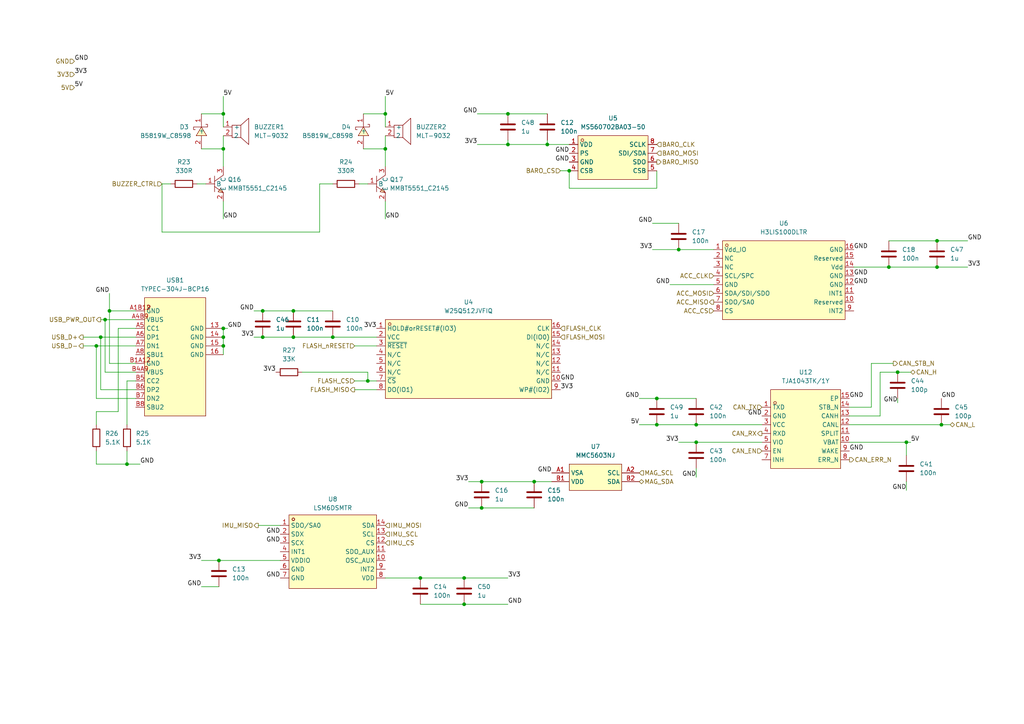
<source format=kicad_sch>
(kicad_sch (version 20230121) (generator eeschema)
  (paper "A4")
  (lib_symbols
    (symbol "Device:C" (pin_numbers hide) (pin_names (offset 0.254))
      (property "Reference" "C" (at 0.635 2.54 0))
      (property "Value" "C" (at 0.635 -2.54 0))
      (symbol "C_0_1"
        (polyline (pts (xy -2.032 -0.762) (xy 2.032 -0.762)) (stroke (width 0.508)))
        (polyline (pts (xy -2.032 0.762) (xy 2.032 0.762)) (stroke (width 0.508)))
      )
      (symbol "C_1_1"
        (pin passive line (at 0 3.81 270) (length 2.794) (name "~") (number "1"))
        (pin passive line (at 0 -3.81 90) (length 2.794) (name "~") (number "2"))
      )
    )
    (symbol "Device:R" (pin_numbers hide) (pin_names (offset 0))
      (property "Reference" "R" (at 2.032 0 90))
      (property "Value" "R" (at 0 0 90))
      (symbol "R_0_1"
        (rectangle (start -1.016 -2.54) (end 1.016 2.54) (stroke (width 0.254)))
      )
      (symbol "R_1_1"
        (pin passive line (at 0 3.81 270) (length 1.27) (name "~") (number "1"))
        (pin passive line (at 0 -3.81 90) (length 1.27) (name "~") (number "2"))
      )
    )
    (symbol "Rocketry:B5819W_C8598"
      (property "Reference" "D" (at 0 5.08 0))
      (property "Value" "B5819W_C8598" (at 0 -5.08 0))
      (symbol "B5819W_C8598_0_1"
        (polyline (pts (xy 1.27 1.52) (xy -1.27 0) (xy 1.27 -1.52) (xy 1.27 1.52)) (fill (type background)))
        (polyline (pts (xy -0.51 -1.78) (xy -0.51 -2.29) (xy -1.27 -2.29) (xy -1.27 1.02) (xy -1.27 1.78) (xy -2.03 1.78) (xy -2.03 1.27)))
        (pin unspecified line (at -5.08 0 0) (length 3.81) (name "-") (number "1"))
        (pin unspecified line (at 5.08 0 180) (length 3.81) (name "+") (number "2"))
      )
    )
    (symbol "Rocketry:H3LIS100DLTR"
      (property "Reference" "U" (at 0 13.97 0))
      (property "Value" "H3LIS100DLTR" (at 0 -13.97 0))
      (symbol "H3LIS100DLTR_0_1"
        (rectangle (start -17.78 11.43) (end 17.78 -11.43) (fill (type background)))
        (circle (center -16.51 10.16) (radius 0.38))
        (pin unspecified line (at -20.32 8.89 0) (length 2.54) (name "Vdd_IO") (number "1"))
        (pin unspecified line (at 20.32 -6.35 180) (length 2.54) (name "Reserved") (number "10"))
        (pin unspecified line (at 20.32 -3.81 180) (length 2.54) (name "INT1") (number "11"))
        (pin unspecified line (at 20.32 -1.27 180) (length 2.54) (name "GND") (number "12"))
        (pin unspecified line (at 20.32 1.27 180) (length 2.54) (name "GND") (number "13"))
        (pin unspecified line (at 20.32 3.81 180) (length 2.54) (name "Vdd") (number "14"))
        (pin unspecified line (at 20.32 6.35 180) (length 2.54) (name "Reserved") (number "15"))
        (pin unspecified line (at 20.32 8.89 180) (length 2.54) (name "GND") (number "16"))
        (pin unspecified line (at -20.32 6.35 0) (length 2.54) (name "NC") (number "2"))
        (pin unspecified line (at -20.32 3.81 0) (length 2.54) (name "NC") (number "3"))
        (pin unspecified line (at -20.32 1.27 0) (length 2.54) (name "SCL/SPC") (number "4"))
        (pin unspecified line (at -20.32 -1.27 0) (length 2.54) (name "GND") (number "5"))
        (pin unspecified line (at -20.32 -3.81 0) (length 2.54) (name "SDA/SDI/SDO") (number "6"))
        (pin unspecified line (at -20.32 -6.35 0) (length 2.54) (name "SDO/SA0") (number "7"))
        (pin unspecified line (at -20.32 -8.89 0) (length 2.54) (name "CS") (number "8"))
        (pin unspecified line (at 20.32 -8.89 180) (length 2.54) (name "INT2") (number "9"))
      )
    )
    (symbol "Rocketry:LSM6DSMTR"
      (property "Reference" "U" (at 0 12.7 0))
      (property "Value" "LSM6DSMTR" (at 0 -12.7 0))
      (symbol "LSM6DSMTR_0_1"
        (rectangle (start -12.7 10.67) (end 12.7 -10.67) (fill (type background)))
        (circle (center -11.43 9.4) (radius 0.38))
        (circle (center -11.43 9.4) (radius 0.38))
        (pin unspecified line (at -15.24 7.62 0) (length 2.54) (name "SDO/SA0") (number "1"))
        (pin unspecified line (at 15.24 -2.54 180) (length 2.54) (name "OSC_AUX") (number "10"))
        (pin unspecified line (at 15.24 0 180) (length 2.54) (name "SDO_AUX") (number "11"))
        (pin unspecified line (at 15.24 2.54 180) (length 2.54) (name "CS") (number "12"))
        (pin unspecified line (at 15.24 5.08 180) (length 2.54) (name "SCL") (number "13"))
        (pin unspecified line (at 15.24 7.62 180) (length 2.54) (name "SDA") (number "14"))
        (pin unspecified line (at -15.24 5.08 0) (length 2.54) (name "SDX") (number "2"))
        (pin unspecified line (at -15.24 2.54 0) (length 2.54) (name "SCX") (number "3"))
        (pin unspecified line (at -15.24 0 0) (length 2.54) (name "INT1") (number "4"))
        (pin unspecified line (at -15.24 -2.54 0) (length 2.54) (name "VDDIO") (number "5"))
        (pin unspecified line (at -15.24 -5.08 0) (length 2.54) (name "GND") (number "6"))
        (pin unspecified line (at -15.24 -7.62 0) (length 2.54) (name "GND") (number "7"))
        (pin unspecified line (at 15.24 -7.62 180) (length 2.54) (name "VDD") (number "8"))
        (pin unspecified line (at 15.24 -5.08 180) (length 2.54) (name "INT2") (number "9"))
      )
    )
    (symbol "Rocketry:MLT-9032"
      (property "Reference" "BUZZER" (at 0 7.62 0))
      (property "Value" "MLT-9032" (at 0 -5.08 0))
      (symbol "MLT-9032_0_1"
        (polyline (pts (xy 0 -0.51) (xy 2.54 -0.51)))
        (polyline (pts (xy 0 3.05) (xy 0 -0.51)))
        (polyline (pts (xy 0 3.05) (xy 2.54 3.05)))
        (polyline (pts (xy 2.54 -0.51) (xy 4.83 -2.54)))
        (polyline (pts (xy 2.54 3.05) (xy 2.54 -0.51)))
        (polyline (pts (xy 4.83 5.08) (xy 2.54 3.05)))
        (polyline (pts (xy 4.83 5.08) (xy 4.83 -2.54)))
        (pin unspecified line (at -2.54 2.54 0) (length 2.54) (name "+") (number "1"))
        (pin unspecified line (at -2.54 0 0) (length 2.54) (name "2") (number "2"))
      )
    )
    (symbol "Rocketry:MMBT5551_C2145"
      (property "Reference" "Q" (at 0 10.16 0))
      (property "Value" "MMBT5551_C2145" (at 0 -10.16 0))
      (symbol "MMBT5551_C2145_0_1"
        (polyline (pts (xy 0 -0.76) (xy 2.54 -2.54)))
        (polyline (pts (xy 0 2.29) (xy 0 -2.29)))
        (polyline (pts (xy 2.54 2.54) (xy 0 0.76)))
        (polyline (pts (xy 2.54 -2.54) (xy 1.78 -1.27) (xy 1.02 -2.29) (xy 2.54 -2.54)) (fill (type background)))
        (pin unspecified line (at -2.54 0 0) (length 2.54) (name "B") (number "1"))
        (pin unspecified line (at 2.54 -5.08 90) (length 2.54) (name "E") (number "2"))
        (pin unspecified line (at 2.54 5.08 270) (length 2.54) (name "C") (number "3"))
      )
    )
    (symbol "Rocketry:MMC5603NJ"
      (property "Reference" "U" (at 0 7.62 0))
      (property "Value" "MMC5603NJ" (at 0 -5.08 0))
      (symbol "MMC5603NJ_0_1"
        (rectangle (start -7.62 5.08) (end 7.62 -2.54) (fill (type background)))
        (pin unspecified line (at -12.7 2.54 0) (length 5.08) (name "VSA") (number "A1"))
        (pin unspecified line (at 12.7 2.54 180) (length 5.08) (name "SCL") (number "A2"))
        (pin unspecified line (at -12.7 0 0) (length 5.08) (name "VDD") (number "B1"))
        (pin unspecified line (at 12.7 0 180) (length 5.08) (name "SDA") (number "B2"))
      )
    )
    (symbol "Rocketry:MS560702BA03-50"
      (property "Reference" "U" (at 0 8.89 0))
      (property "Value" "MS560702BA03-50" (at 0 -8.89 0))
      (symbol "MS560702BA03-50_0_1"
        (rectangle (start -10.16 6.35) (end 10.16 -6.35) (fill (type background)))
        (circle (center -8.89 5.08) (radius 0.38))
        (pin unspecified line (at -12.7 3.81 0) (length 2.54) (name "VDD") (number "1"))
        (pin unspecified line (at -12.7 1.27 0) (length 2.54) (name "PS") (number "2"))
        (pin unspecified line (at -12.7 -1.27 0) (length 2.54) (name "GND") (number "3"))
        (pin unspecified line (at -12.7 -3.81 0) (length 2.54) (name "CSB") (number "4"))
        (pin unspecified line (at 12.7 -3.81 180) (length 2.54) (name "CSB") (number "5"))
        (pin unspecified line (at 12.7 -1.27 180) (length 2.54) (name "SDO") (number "6"))
        (pin unspecified line (at 12.7 1.27 180) (length 2.54) (name "SDI/SDA") (number "7"))
        (pin unspecified line (at 12.7 3.81 180) (length 2.54) (name "SCLK") (number "8"))
      )
    )
    (symbol "Rocketry:TJA1043TK_1Y"
      (property "Reference" "U" (at 0 13.97 0))
      (property "Value" "TJA1043TK/1Y" (at 0 -13.97 0))
      (symbol "TJA1043TK_1Y_0_1"
        (rectangle (start -10.16 11.43) (end 10.16 -11.43) (fill (type background)))
        (circle (center -8.89 7.62) (radius 0.38))
        (pin unspecified line (at -12.7 6.35 0) (length 2.54) (name "TXD") (number "1"))
        (pin unspecified line (at 12.7 -3.81 180) (length 2.54) (name "VBAT") (number "10"))
        (pin unspecified line (at 12.7 -1.27 180) (length 2.54) (name "SPLIT") (number "11"))
        (pin unspecified line (at 12.7 1.27 180) (length 2.54) (name "CANL") (number "12"))
        (pin unspecified line (at 12.7 3.81 180) (length 2.54) (name "CANH") (number "13"))
        (pin unspecified line (at 12.7 6.35 180) (length 2.54) (name "STB_N") (number "14"))
        (pin unspecified line (at 12.7 8.89 180) (length 2.54) (name "EP") (number "15"))
        (pin unspecified line (at -12.7 3.81 0) (length 2.54) (name "GND") (number "2"))
        (pin unspecified line (at -12.7 1.27 0) (length 2.54) (name "VCC") (number "3"))
        (pin unspecified line (at -12.7 -1.27 0) (length 2.54) (name "RXD") (number "4"))
        (pin unspecified line (at -12.7 -3.81 0) (length 2.54) (name "VIO") (number "5"))
        (pin unspecified line (at -12.7 -6.35 0) (length 2.54) (name "EN") (number "6"))
        (pin unspecified line (at -12.7 -8.89 0) (length 2.54) (name "INH") (number "7"))
        (pin unspecified line (at 12.7 -8.89 180) (length 2.54) (name "ERR_N") (number "8"))
        (pin unspecified line (at 12.7 -6.35 180) (length 2.54) (name "WAKE") (number "9"))
      )
    )
    (symbol "Rocketry:TYPEC-304J-BCP16"
      (property "Reference" "USB" (at 0 17.78 0))
      (property "Value" "TYPEC-304J-BCP16" (at 0 -20.32 0))
      (symbol "TYPEC-304J-BCP16_0_1"
        (rectangle (start -10.16 16.51) (end 7.62 -17.78) (fill (type background)))
        (circle (center -8.89 13.97) (radius 0.38))
        (pin unspecified line (at 12.7 7.62 180) (length 5.08) (name "GND") (number "13"))
        (pin unspecified line (at 12.7 5.08 180) (length 5.08) (name "GND") (number "14"))
        (pin unspecified line (at 12.7 2.54 180) (length 5.08) (name "GND") (number "15"))
        (pin unspecified line (at 12.7 0 180) (length 5.08) (name "GND") (number "16"))
        (pin unspecified line (at -12.7 12.7 0) (length 2.54) (name "GND") (number "A1B12"))
        (pin unspecified line (at -12.7 10.16 0) (length 2.54) (name "VBUS") (number "A4B9"))
        (pin unspecified line (at -12.7 7.62 0) (length 2.54) (name "CC1") (number "A5"))
        (pin unspecified line (at -12.7 5.08 0) (length 2.54) (name "DP1") (number "A6"))
        (pin unspecified line (at -12.7 2.54 0) (length 2.54) (name "DN1") (number "A7"))
        (pin unspecified line (at -12.7 0 0) (length 2.54) (name "SBU1") (number "A8"))
        (pin unspecified line (at -12.7 -2.54 0) (length 2.54) (name "GND") (number "B1A12"))
        (pin unspecified line (at -12.7 -5.08 0) (length 2.54) (name "VBUS") (number "B4A9"))
        (pin unspecified line (at -12.7 -7.62 0) (length 2.54) (name "CC2") (number "B5"))
        (pin unspecified line (at -12.7 -10.16 0) (length 2.54) (name "DP2") (number "B6"))
        (pin unspecified line (at -12.7 -12.7 0) (length 2.54) (name "DN2") (number "B7"))
        (pin unspecified line (at -12.7 -15.24 0) (length 2.54) (name "SBU2") (number "B8"))
      )
    )
    (symbol "Rocketry:W25Q512JVFIQ"
      (property "Reference" "U" (at 0 15.24 0))
      (property "Value" "W25Q512JVFIQ" (at 0 -12.7 0))
      (symbol "W25Q512JVFIQ_0_1"
        (rectangle (start -25.4 12.7) (end 22.86 -10.16) (fill (type background)))
        (circle (center -24.13 11.43) (radius 0.38))
        (pin unspecified line (at -27.94 10.16 0) (length 2.54) (name "HOLD#orRESET#(IO3)") (number "1"))
        (pin unspecified line (at 25.4 -5.08 180) (length 2.54) (name "GND") (number "10"))
        (pin unspecified line (at 25.4 -2.54 180) (length 2.54) (name "N/C") (number "11"))
        (pin unspecified line (at 25.4 0 180) (length 2.54) (name "N/C") (number "12"))
        (pin unspecified line (at 25.4 2.54 180) (length 2.54) (name "N/C") (number "13"))
        (pin unspecified line (at 25.4 5.08 180) (length 2.54) (name "N/C") (number "14"))
        (pin unspecified line (at 25.4 7.62 180) (length 2.54) (name "DI(IO0)") (number "15"))
        (pin unspecified line (at 25.4 10.16 180) (length 2.54) (name "CLK") (number "16"))
        (pin unspecified line (at -27.94 7.62 0) (length 2.54) (name "VCC") (number "2"))
        (pin unspecified line (at -27.94 5.08 0) (length 2.54) (name "~{RESET}") (number "3"))
        (pin unspecified line (at -27.94 2.54 0) (length 2.54) (name "N/C") (number "4"))
        (pin unspecified line (at -27.94 0 0) (length 2.54) (name "N/C") (number "5"))
        (pin unspecified line (at -27.94 -2.54 0) (length 2.54) (name "N/C") (number "6"))
        (pin unspecified line (at -27.94 -5.08 0) (length 2.54) (name "~{CS}") (number "7"))
        (pin unspecified line (at -27.94 -7.62 0) (length 2.54) (name "DO(IO1)") (number "8"))
        (pin unspecified line (at 25.4 -7.62 180) (length 2.54) (name "WP#(IO2)") (number "9"))
      )
    )
  )
  (junction (at 111.76 33.02))
  (junction (at 190.5 115.57))
  (junction (at 76.2 90.17))
  (junction (at 271.78 69.85))
  (junction (at 271.78 77.47))
  (junction (at 121.92 167.64))
  (junction (at 196.85 72.39))
  (junction (at 262.89 128.27))
  (junction (at 27.94 100.33))
  (junction (at 111.76 43.18))
  (junction (at 134.62 167.64))
  (junction (at 273.05 123.19))
  (junction (at 139.7 139.7))
  (junction (at 64.77 97.79))
  (junction (at 257.81 77.47))
  (junction (at 96.52 97.79))
  (junction (at 154.94 139.7))
  (junction (at 85.09 90.17))
  (junction (at 201.93 123.19))
  (junction (at 36.83 134.62))
  (junction (at 76.2 97.79))
  (junction (at 31.75 90.17))
  (junction (at 165.1 49.53))
  (junction (at 85.09 97.79))
  (junction (at 134.62 175.26))
  (junction (at 158.75 41.91))
  (junction (at 147.32 41.91))
  (junction (at 64.77 43.18))
  (junction (at 201.93 128.27))
  (junction (at 260.35 107.95))
  (junction (at 190.5 123.19))
  (junction (at 64.77 33.02))
  (junction (at 29.21 97.79))
  (junction (at 64.77 95.25))
  (junction (at 106.68 110.49))
  (junction (at 139.7 147.32))
  (junction (at 63.5 162.56))
  (junction (at 147.32 33.02))
  (junction (at 64.77 100.33))
  (junction (at 30.48 92.71))
  (wire (pts (xy 196.85 72.39) (xy 207.01 72.39)))
  (wire (pts (xy 111.76 43.18) (xy 111.76 39.37)))
  (wire (pts (xy 158.75 40.64) (xy 158.75 41.91)))
  (wire (pts (xy 121.92 175.26) (xy 134.62 175.26)))
  (wire (pts (xy 194.31 82.55) (xy 207.01 82.55)))
  (wire (pts (xy 111.76 27.94) (xy 111.76 33.02)))
  (wire (pts (xy 92.71 53.34) (xy 92.71 67.31)))
  (wire (pts (xy 76.2 97.79) (xy 85.09 97.79)))
  (wire (pts (xy 106.68 110.49) (xy 109.22 110.49)))
  (wire (pts (xy 31.75 85.09) (xy 31.75 90.17)))
  (wire (pts (xy 39.37 110.49) (xy 36.83 110.49)))
  (wire (pts (xy 264.16 107.95) (xy 260.35 107.95)))
  (wire (pts (xy 135.89 139.7) (xy 139.7 139.7)))
  (wire (pts (xy 34.29 119.38) (xy 27.94 119.38)))
  (wire (pts (xy 262.89 128.27) (xy 264.16 128.27)))
  (wire (pts (xy 27.94 119.38) (xy 27.94 123.19)))
  (wire (pts (xy 63.5 162.56) (xy 81.28 162.56)))
  (wire (pts (xy 74.93 152.4) (xy 81.28 152.4)))
  (wire (pts (xy 76.2 90.17) (xy 85.09 90.17)))
  (wire (pts (xy 104.14 53.34) (xy 106.68 53.34)))
  (wire (pts (xy 255.27 107.95) (xy 255.27 120.65)))
  (wire (pts (xy 134.62 167.64) (xy 147.32 167.64)))
  (wire (pts (xy 111.76 48.26) (xy 111.76 43.18)))
  (wire (pts (xy 111.76 167.64) (xy 121.92 167.64)))
  (wire (pts (xy 190.5 115.57) (xy 201.93 115.57)))
  (wire (pts (xy 201.93 123.19) (xy 220.98 123.19)))
  (wire (pts (xy 102.87 110.49) (xy 106.68 110.49)))
  (wire (pts (xy 27.94 115.57) (xy 27.94 100.33)))
  (wire (pts (xy 147.32 33.02) (xy 158.75 33.02)))
  (wire (pts (xy 138.43 33.02) (xy 147.32 33.02)))
  (wire (pts (xy 36.83 134.62) (xy 40.64 134.62)))
  (wire (pts (xy 134.62 175.26) (xy 147.32 175.26)))
  (wire (pts (xy 96.52 53.34) (xy 92.71 53.34)))
  (wire (pts (xy 102.87 113.03) (xy 109.22 113.03)))
  (wire (pts (xy 246.38 123.19) (xy 273.05 123.19)))
  (wire (pts (xy 189.23 72.39) (xy 196.85 72.39)))
  (wire (pts (xy 96.52 97.79) (xy 109.22 97.79)))
  (wire (pts (xy 271.78 69.85) (xy 280.67 69.85)))
  (wire (pts (xy 271.78 77.47) (xy 280.67 77.47)))
  (wire (pts (xy 58.42 170.18) (xy 63.5 170.18)))
  (wire (pts (xy 58.42 162.56) (xy 63.5 162.56)))
  (wire (pts (xy 64.77 36.83) (xy 64.77 33.02)))
  (wire (pts (xy 260.35 107.95) (xy 255.27 107.95)))
  (wire (pts (xy 106.68 107.95) (xy 106.68 110.49)))
  (wire (pts (xy 139.7 147.32) (xy 154.94 147.32)))
  (wire (pts (xy 64.77 33.02) (xy 58.42 33.02)))
  (wire (pts (xy 196.85 128.27) (xy 201.93 128.27)))
  (wire (pts (xy 135.89 147.32) (xy 139.7 147.32)))
  (wire (pts (xy 29.21 97.79) (xy 39.37 97.79)))
  (wire (pts (xy 39.37 115.57) (xy 27.94 115.57)))
  (wire (pts (xy 247.65 77.47) (xy 257.81 77.47)))
  (wire (pts (xy 190.5 54.61) (xy 165.1 54.61)))
  (wire (pts (xy 46.99 53.34) (xy 49.53 53.34)))
  (wire (pts (xy 29.21 92.71) (xy 30.48 92.71)))
  (wire (pts (xy 255.27 120.65) (xy 246.38 120.65)))
  (wire (pts (xy 147.32 41.91) (xy 158.75 41.91)))
  (wire (pts (xy 58.42 43.18) (xy 64.77 43.18)))
  (wire (pts (xy 24.13 100.33) (xy 27.94 100.33)))
  (wire (pts (xy 27.94 100.33) (xy 39.37 100.33)))
  (wire (pts (xy 73.66 97.79) (xy 76.2 97.79)))
  (wire (pts (xy 260.35 115.57) (xy 260.35 116.84)))
  (wire (pts (xy 138.43 41.91) (xy 147.32 41.91)))
  (wire (pts (xy 31.75 90.17) (xy 39.37 90.17)))
  (wire (pts (xy 139.7 139.7) (xy 154.94 139.7)))
  (wire (pts (xy 39.37 107.95) (xy 30.48 107.95)))
  (wire (pts (xy 87.63 107.95) (xy 106.68 107.95)))
  (wire (pts (xy 121.92 167.64) (xy 134.62 167.64)))
  (wire (pts (xy 102.87 100.33) (xy 109.22 100.33)))
  (wire (pts (xy 185.42 123.19) (xy 190.5 123.19)))
  (wire (pts (xy 64.77 97.79) (xy 64.77 100.33)))
  (wire (pts (xy 147.32 40.64) (xy 147.32 41.91)))
  (wire (pts (xy 252.73 105.41) (xy 252.73 118.11)))
  (wire (pts (xy 257.81 69.85) (xy 271.78 69.85)))
  (wire (pts (xy 31.75 105.41) (xy 31.75 90.17)))
  (wire (pts (xy 111.76 33.02) (xy 105.41 33.02)))
  (wire (pts (xy 64.77 58.42) (xy 64.77 63.5)))
  (wire (pts (xy 36.83 130.81) (xy 36.83 134.62)))
  (wire (pts (xy 24.13 97.79) (xy 29.21 97.79)))
  (wire (pts (xy 105.41 43.18) (xy 111.76 43.18)))
  (wire (pts (xy 201.93 135.89) (xy 201.93 138.43)))
  (wire (pts (xy 64.77 95.25) (xy 64.77 97.79)))
  (wire (pts (xy 189.23 64.77) (xy 196.85 64.77)))
  (wire (pts (xy 85.09 90.17) (xy 96.52 90.17)))
  (wire (pts (xy 111.76 36.83) (xy 111.76 33.02)))
  (wire (pts (xy 92.71 67.31) (xy 46.99 67.31)))
  (wire (pts (xy 275.59 123.19) (xy 273.05 123.19)))
  (wire (pts (xy 85.09 97.79) (xy 96.52 97.79)))
  (wire (pts (xy 262.89 139.7) (xy 262.89 142.24)))
  (wire (pts (xy 39.37 95.25) (xy 34.29 95.25)))
  (wire (pts (xy 252.73 118.11) (xy 246.38 118.11)))
  (wire (pts (xy 111.76 58.42) (xy 111.76 63.5)))
  (wire (pts (xy 257.81 77.47) (xy 271.78 77.47)))
  (wire (pts (xy 30.48 107.95) (xy 30.48 92.71)))
  (wire (pts (xy 154.94 139.7) (xy 160.02 139.7)))
  (wire (pts (xy 57.15 53.34) (xy 59.69 53.34)))
  (wire (pts (xy 64.77 95.25) (xy 66.04 95.25)))
  (wire (pts (xy 39.37 105.41) (xy 31.75 105.41)))
  (wire (pts (xy 201.93 128.27) (xy 220.98 128.27)))
  (wire (pts (xy 27.94 134.62) (xy 36.83 134.62)))
  (wire (pts (xy 64.77 48.26) (xy 64.77 43.18)))
  (wire (pts (xy 30.48 92.71) (xy 39.37 92.71)))
  (wire (pts (xy 246.38 128.27) (xy 262.89 128.27)))
  (wire (pts (xy 158.75 41.91) (xy 165.1 41.91)))
  (wire (pts (xy 46.99 67.31) (xy 46.99 53.34)))
  (wire (pts (xy 259.08 105.41) (xy 252.73 105.41)))
  (wire (pts (xy 262.89 132.08) (xy 262.89 128.27)))
  (wire (pts (xy 190.5 49.53) (xy 190.5 54.61)))
  (wire (pts (xy 39.37 113.03) (xy 29.21 113.03)))
  (wire (pts (xy 185.42 115.57) (xy 190.5 115.57)))
  (wire (pts (xy 73.66 90.17) (xy 76.2 90.17)))
  (wire (pts (xy 64.77 100.33) (xy 64.77 102.87)))
  (wire (pts (xy 36.83 110.49) (xy 36.83 123.19)))
  (wire (pts (xy 64.77 27.94) (xy 64.77 33.02)))
  (wire (pts (xy 162.56 49.53) (xy 165.1 49.53)))
  (wire (pts (xy 34.29 95.25) (xy 34.29 119.38)))
  (wire (pts (xy 27.94 130.81) (xy 27.94 134.62)))
  (wire (pts (xy 165.1 54.61) (xy 165.1 49.53)))
  (wire (pts (xy 64.77 43.18) (xy 64.77 39.37)))
  (wire (pts (xy 29.21 113.03) (xy 29.21 97.79)))
  (wire (pts (xy 190.5 123.19) (xy 201.93 123.19)))
  (label "3V3" (at 138.43 41.91 180))
  (label "GND" (at 73.66 90.17 180))
  (label "GND" (at 273.05 115.57 0))
  (label "GND" (at 21.59 17.78 0))
  (label "GND" (at 138.43 33.02 180))
  (label "3V3" (at 280.67 77.47 0))
  (label "3V3" (at 135.89 139.7 180))
  (label "GND" (at 165.1 46.99 180))
  (label "GND" (at 81.28 157.48 180))
  (label "GND" (at 262.89 142.24 180))
  (label "5V" (at 264.16 128.27 0))
  (label "3V3" (at 147.32 167.64 0))
  (label "GND" (at 280.67 69.85 0))
  (label "GND" (at 185.42 115.57 180))
  (label "5V" (at 185.42 123.19 180))
  (label "GND" (at 189.23 64.77 180))
  (label "GND" (at 201.93 138.43 180))
  (label "GND" (at 165.1 44.45 180))
  (label "GND" (at 220.98 120.65 180))
  (label "GND" (at 246.38 115.57 0))
  (label "3V3" (at 80.01 107.95 180))
  (label "GND" (at 81.28 167.64 180))
  (label "3V3" (at 73.66 97.79 180))
  (label "GND" (at 260.35 116.84 180))
  (label "3V3" (at 196.85 128.27 180))
  (label "GND" (at 111.76 63.5 0))
  (label "5V" (at 111.76 27.94 0))
  (label "GND" (at 160.02 137.16 180))
  (label "3V3" (at 189.23 72.39 180))
  (label "5V" (at 64.77 27.94 0))
  (label "GND" (at 58.42 170.18 180))
  (label "GND" (at 247.65 82.55 0))
  (label "GND" (at 247.65 80.01 0))
  (label "3V3" (at 162.56 113.03 0))
  (label "GND" (at 31.75 85.09 180))
  (label "GND" (at 135.89 147.32 180))
  (label "GND" (at 66.04 95.25 0))
  (label "3V3" (at 58.42 162.56 180))
  (label "GND" (at 40.64 134.62 0))
  (label "5V" (at 21.59 25.4 0))
  (label "GND" (at 162.56 110.49 0))
  (label "GND" (at 81.28 154.94 180))
  (label "GND" (at 64.77 63.5 0))
  (label "GND" (at 246.38 130.81 0))
  (label "GND" (at 247.65 72.39 0))
  (label "GND" (at 147.32 175.26 0))
  (label "GND" (at 194.31 82.55 180))
  (label "3V3" (at 21.59 21.59 0))
  (label "3V3" (at 109.22 95.25 180))
  (hierarchical_label "FLASH_nRESET" (shape input) (at 102.87 100.33 180))
  (hierarchical_label "CAN_EN" (shape input) (at 220.98 130.81 180))
  (hierarchical_label "USB_D-" (shape output) (at 24.13 100.33 180))
  (hierarchical_label "FLASH_MISO" (shape output) (at 102.87 113.03 180))
  (hierarchical_label "FLASH_CS" (shape input) (at 102.87 110.49 180))
  (hierarchical_label "CAN_L" (shape bidirectional) (at 275.59 123.19 0))
  (hierarchical_label "BARO_CS" (shape input) (at 162.56 49.53 180))
  (hierarchical_label "USB_PWR_OUT" (shape output) (at 29.21 92.71 180))
  (hierarchical_label "IMU_SCL" (shape input) (at 111.76 154.94 0))
  (hierarchical_label "USB_D+" (shape output) (at 24.13 97.79 180))
  (hierarchical_label "CAN_ERR_N" (shape output) (at 246.38 133.35 0))
  (hierarchical_label "MAG_SCL" (shape input) (at 185.42 137.16 0))
  (hierarchical_label "IMU_MISO" (shape output) (at 74.93 152.4 180))
  (hierarchical_label "3V3" (shape input) (at 21.59 21.59 180))
  (hierarchical_label "5V" (shape input) (at 21.59 25.4 180))
  (hierarchical_label "ACC_MISO" (shape output) (at 207.01 87.63 180))
  (hierarchical_label "BUZZER_CTRL" (shape input) (at 46.99 53.34 180))
  (hierarchical_label "BARO_CLK" (shape input) (at 190.5 41.91 0))
  (hierarchical_label "ACC_CLK" (shape input) (at 207.01 80.01 180))
  (hierarchical_label "BARO_MOSI" (shape input) (at 190.5 44.45 0))
  (hierarchical_label "CAN_RX" (shape output) (at 220.98 125.73 180))
  (hierarchical_label "ACC_CS" (shape input) (at 207.01 90.17 180))
  (hierarchical_label "CAN_H" (shape bidirectional) (at 264.16 107.95 0))
  (hierarchical_label "CAN_TX" (shape input) (at 220.98 118.11 180))
  (hierarchical_label "CAN_STB_N" (shape output) (at 259.08 105.41 0))
  (hierarchical_label "ACC_MOSI" (shape input) (at 207.01 85.09 180))
  (hierarchical_label "IMU_CS" (shape input) (at 111.76 157.48 0))
  (hierarchical_label "IMU_MOSI" (shape input) (at 111.76 152.4 0))
  (hierarchical_label "GND" (shape input) (at 21.59 17.78 180))
  (hierarchical_label "FLASH_MOSI" (shape input) (at 162.56 97.79 0))
  (hierarchical_label "FLASH_CLK" (shape input) (at 162.56 95.25 0))
  (hierarchical_label "MAG_SDA" (shape bidirectional) (at 185.42 139.7 0))
  (hierarchical_label "BARO_MISO" (shape output) (at 190.5 46.99 0))
  (symbol (lib_id "Device:C") (at 63.5 166.37 0) (unit 1)
    (property "Reference" "C13" (at 67.31 165.1 0) (effects (justify left)))
    (property "Value" "100n" (at 67.31 167.64 0) (effects (justify left)))
    (property "Footprint" "Capacitor_SMD:C_0402_1005Metric" (effects hide))
  )
  (symbol (lib_id "Device:C") (at 121.92 171.45 0) (unit 1)
    (property "Reference" "C14" (at 125.73 170.18 0) (effects (justify left)))
    (property "Value" "100n" (at 125.73 172.72 0) (effects (justify left)))
    (property "Footprint" "Capacitor_SMD:C_0402_1005Metric" (effects hide))
  )
  (symbol (lib_id "Device:R") (at 53.34 53.34 90) (unit 1)
    (property "Reference" "R23" (at 53.34 46.99 90))
    (property "Value" "330R" (at 53.34 49.53 90))
    (property "Footprint" "Resistor_SMD:R_0402_1005Metric" (effects hide))
  )
  (symbol (lib_id "Device:C") (at 196.85 68.58 0) (unit 1)
    (property "Reference" "C17" (at 200.66 67.31 0) (effects (justify left)))
    (property "Value" "100n" (at 200.66 69.85 0) (effects (justify left)))
    (property "Footprint" "Capacitor_SMD:C_0402_1005Metric" (effects hide))
  )
  (symbol (lib_id "Device:R") (at 27.94 127 0) (mirror y) (unit 1)
    (property "Reference" "R26" (at 30.48 125.73 0) (effects (justify right)))
    (property "Value" "5.1K" (at 30.48 128.27 0) (effects (justify right)))
    (property "Footprint" "Resistor_SMD:R_0402_1005Metric" (effects hide))
  )
  (symbol (lib_id "Device:C") (at 257.81 73.66 0) (unit 1)
    (property "Reference" "C18" (at 261.62 72.39 0) (effects (justify left)))
    (property "Value" "100n" (at 261.62 74.93 0) (effects (justify left)))
    (property "Footprint" "Capacitor_SMD:C_0402_1005Metric" (effects hide))
  )
  (symbol (lib_id "Device:C") (at 201.93 119.38 0) (unit 1)
    (property "Reference" "C42" (at 205.74 118.11 0) (effects (justify left)))
    (property "Value" "100n" (at 205.74 120.65 0) (effects (justify left)))
    (property "Footprint" "Capacitor_SMD:C_0402_1005Metric" (effects hide))
  )
  (symbol (lib_id "Device:C") (at 190.5 119.38 0) (unit 1)
    (property "Reference" "C49" (at 194.31 118.11 0) (effects (justify left)))
    (property "Value" "1u" (at 194.31 120.65 0) (effects (justify left)))
    (property "Footprint" "Capacitor_SMD:C_0402_1005Metric" (effects hide))
  )
  (symbol (lib_id "Rocketry:MS560702BA03-50") (at 177.8 45.72 0) (unit 1)
    (property "Reference" "U5" (at 177.8 34.29 0))
    (property "Value" "MS560702BA03-50" (at 177.8 36.83 0))
    (property "Footprint" "Rocketry:SENSOR-SMD_MS560702BA03-50" (effects hide))
    (property "Datasheet" "https://lcsc.com/product-detail/Pre-ordered-Products_TE-Connectivity_MS560702BA03-50_TE-Connectivity-MS560702BA03-50_C97627.html" (effects hide))
    (property "LCSC Part" "C97627" (effects hide))
  )
  (symbol (lib_id "Device:C") (at 76.2 93.98 0) (unit 1)
    (property "Reference" "C46" (at 80.01 92.71 0) (effects (justify left)))
    (property "Value" "1u" (at 80.01 95.25 0) (effects (justify left)))
    (property "Footprint" "Capacitor_SMD:C_0402_1005Metric" (effects hide))
  )
  (symbol (lib_id "Device:C") (at 158.75 36.83 0) (unit 1)
    (property "Reference" "C12" (at 162.56 35.56 0) (effects (justify left)))
    (property "Value" "100n" (at 162.56 38.1 0) (effects (justify left)))
    (property "Footprint" "Capacitor_SMD:C_0402_1005Metric" (effects hide))
  )
  (symbol (lib_id "Device:C") (at 260.35 111.76 0) (unit 1)
    (property "Reference" "C44" (at 264.16 110.49 0) (effects (justify left)))
    (property "Value" "100p" (at 264.16 113.03 0) (effects (justify left)))
    (property "Footprint" "Capacitor_SMD:C_0402_1005Metric" (effects hide))
  )
  (symbol (lib_id "Device:C") (at 262.89 135.89 0) (unit 1)
    (property "Reference" "C41" (at 266.7 134.62 0) (effects (justify left)))
    (property "Value" "100n" (at 266.7 137.16 0) (effects (justify left)))
    (property "Footprint" "Capacitor_SMD:C_0402_1005Metric" (effects hide))
  )
  (symbol (lib_id "Device:C") (at 273.05 119.38 0) (unit 1)
    (property "Reference" "C45" (at 276.86 118.11 0) (effects (justify left)))
    (property "Value" "100p" (at 276.86 120.65 0) (effects (justify left)))
    (property "Footprint" "Capacitor_SMD:C_0402_1005Metric" (effects hide))
  )
  (symbol (lib_id "Rocketry:MLT-9032") (at 67.31 39.37 0) (unit 1)
    (property "Reference" "BUZZER1" (at 73.66 36.83 0) (effects (justify left)))
    (property "Value" "MLT-9032" (at 73.66 39.37 0) (effects (justify left)))
    (property "Footprint" "Rocketry:BUZ-SMD_MLT-9032" (effects hide))
    (property "LCSC Part" "C194480" (effects hide))
  )
  (symbol (lib_id "Device:C") (at 85.09 93.98 0) (unit 1)
    (property "Reference" "C11" (at 88.9 92.71 0) (effects (justify left)))
    (property "Value" "100n" (at 88.9 95.25 0) (effects (justify left)))
    (property "Footprint" "Capacitor_SMD:C_0402_1005Metric" (effects hide))
  )
  (symbol (lib_id "Device:R") (at 36.83 127 0) (unit 1)
    (property "Reference" "R25" (at 39.37 125.73 0) (effects (justify left)))
    (property "Value" "5.1K" (at 39.37 128.27 0) (effects (justify left)))
    (property "Footprint" "Resistor_SMD:R_0402_1005Metric" (effects hide))
  )
  (symbol (lib_id "Rocketry:MMBT5551_C2145") (at 109.22 53.34 0) (unit 1)
    (property "Reference" "Q17" (at 113.03 52.07 0) (effects (justify left)))
    (property "Value" "MMBT5551_C2145" (at 113.03 54.61 0) (effects (justify left)))
    (property "Footprint" "Rocketry:SOT-23-3_L2.9-W1.3-P1.90-LS2.4-BR" (effects hide))
    (property "Datasheet" "https://lcsc.com/product-detail/Transistors-NPN-PNP_MMBT5551-G1-H-200-300_C2145.html" (effects hide))
    (property "LCSC Part" "C2145" (effects hide))
  )
  (symbol (lib_id "Device:C") (at 147.32 36.83 0) (unit 1)
    (property "Reference" "C48" (at 151.13 35.56 0) (effects (justify left)))
    (property "Value" "1u" (at 151.13 38.1 0) (effects (justify left)))
    (property "Footprint" "Capacitor_SMD:C_0402_1005Metric" (effects hide))
  )
  (symbol (lib_id "Device:C") (at 96.52 93.98 0) (unit 1)
    (property "Reference" "C10" (at 100.33 92.71 0) (effects (justify left)))
    (property "Value" "100n" (at 100.33 95.25 0) (effects (justify left)))
    (property "Footprint" "Capacitor_SMD:C_0402_1005Metric" (effects hide))
  )
  (symbol (lib_id "Device:R") (at 100.33 53.34 90) (unit 1)
    (property "Reference" "R24" (at 100.33 46.99 90))
    (property "Value" "330R" (at 100.33 49.53 90))
    (property "Footprint" "Resistor_SMD:R_0402_1005Metric" (effects hide))
  )
  (symbol (lib_id "Rocketry:TYPEC-304J-BCP16") (at 52.07 102.87 0) (unit 1)
    (property "Reference" "USB1" (at 50.8 81.28 0))
    (property "Value" "TYPEC-304J-BCP16" (at 50.8 83.82 0))
    (property "Footprint" "Rocketry:USB-C-SMD_TYPEC-304J-BCP16" (effects hide))
    (property "LCSC Part" "C2835315" (effects hide))
  )
  (symbol (lib_id "Rocketry:H3LIS100DLTR") (at 227.33 81.28 0) (unit 1)
    (property "Reference" "U6" (at 227.33 64.77 0))
    (property "Value" "H3LIS100DLTR" (at 227.33 67.31 0))
    (property "Footprint" "Rocketry:TFLGA-16_L3.0-W3.0-P0.50-TL" (effects hide))
    (property "LCSC Part" "C2655068" (effects hide))
  )
  (symbol (lib_id "Rocketry:W25Q512JVFIQ") (at 137.16 105.41 0) (unit 1)
    (property "Reference" "U4" (at 135.89 87.63 0))
    (property "Value" "W25Q512JVFIQ" (at 135.89 90.17 0))
    (property "Footprint" "Rocketry:SOIC-16_L10.3-W7.5-P1.27-LS10.4-BL" (effects hide))
    (property "LCSC Part" "C2962011" (effects hide))
  )
  (symbol (lib_id "Rocketry:MMBT5551_C2145") (at 62.23 53.34 0) (unit 1)
    (property "Reference" "Q16" (at 66.04 52.07 0) (effects (justify left)))
    (property "Value" "MMBT5551_C2145" (at 66.04 54.61 0) (effects (justify left)))
    (property "Footprint" "Rocketry:SOT-23-3_L2.9-W1.3-P1.90-LS2.4-BR" (effects hide))
    (property "Datasheet" "https://lcsc.com/product-detail/Transistors-NPN-PNP_MMBT5551-G1-H-200-300_C2145.html" (effects hide))
    (property "LCSC Part" "C2145" (effects hide))
  )
  (symbol (lib_id "Rocketry:MLT-9032") (at 114.3 39.37 0) (unit 1)
    (property "Reference" "BUZZER2" (at 120.65 36.83 0) (effects (justify left)))
    (property "Value" "MLT-9032" (at 120.65 39.37 0) (effects (justify left)))
    (property "Footprint" "Rocketry:BUZ-SMD_MLT-9032" (effects hide))
    (property "LCSC Part" "C194480" (effects hide))
  )
  (symbol (lib_id "Rocketry:B5819W_C8598") (at 58.42 38.1 270) (unit 1)
    (property "Reference" "D3" (at 52.07 36.83 90) (effects (justify left)))
    (property "Value" "B5819W_C8598" (at 40.64 39.37 90) (effects (justify left)))
    (property "Footprint" "Rocketry:SOD-123_L2.7-W1.6-LS3.7-RD-1" (effects hide))
    (property "Datasheet" "https://lcsc.com/product-detail/Schottky-Barrier-Diodes-SBD_B5819W-SL_C8598.html" (effects hide))
    (property "LCSC Part" "C8598" (effects hide))
  )
  (symbol (lib_id "Device:R") (at 83.82 107.95 90) (unit 1)
    (property "Reference" "R27" (at 83.82 101.6 90))
    (property "Value" "33K" (at 83.82 104.14 90))
    (property "Footprint" "Resistor_SMD:R_0402_1005Metric" (effects hide))
  )
  (symbol (lib_id "Device:C") (at 201.93 132.08 0) (unit 1)
    (property "Reference" "C43" (at 205.74 130.81 0) (effects (justify left)))
    (property "Value" "100n" (at 205.74 133.35 0) (effects (justify left)))
    (property "Footprint" "Capacitor_SMD:C_0402_1005Metric" (effects hide))
  )
  (symbol (lib_id "Device:C") (at 271.78 73.66 0) (unit 1)
    (property "Reference" "C47" (at 275.59 72.39 0) (effects (justify left)))
    (property "Value" "1u" (at 275.59 74.93 0) (effects (justify left)))
    (property "Footprint" "Capacitor_SMD:C_0402_1005Metric" (effects hide))
  )
  (symbol (lib_id "Device:C") (at 154.94 143.51 0) (unit 1)
    (property "Reference" "C15" (at 158.75 142.24 0) (effects (justify left)))
    (property "Value" "100n" (at 158.75 144.78 0) (effects (justify left)))
    (property "Footprint" "Capacitor_SMD:C_0402_1005Metric" (effects hide))
  )
  (symbol (lib_id "Device:C") (at 134.62 171.45 0) (unit 1)
    (property "Reference" "C50" (at 138.43 170.18 0) (effects (justify left)))
    (property "Value" "1u" (at 138.43 172.72 0) (effects (justify left)))
    (property "Footprint" "Capacitor_SMD:C_0402_1005Metric" (effects hide))
  )
  (symbol (lib_id "Rocketry:TJA1043TK_1Y") (at 233.68 124.46 0) (unit 1)
    (property "Reference" "U12" (at 233.68 107.95 0))
    (property "Value" "TJA1043TK/1Y" (at 233.68 110.49 0))
    (property "Footprint" "Rocketry:HVSON-14_L4.5-W3.0-P0.65-BL-EP" (effects hide))
    (property "Datasheet" "https://lcsc.com/product-detail/CAN_NXP_TJA1043TK-1Y_TJA1043TK-1Y_C181728.html" (effects hide))
    (property "LCSC Part" "C181728" (effects hide))
  )
  (symbol (lib_id "Rocketry:LSM6DSMTR") (at 96.52 160.02 0) (unit 1)
    (property "Reference" "U8" (at 96.52 144.78 0))
    (property "Value" "LSM6DSMTR" (at 96.52 147.32 0))
    (property "Footprint" "Rocketry:LGA-14_L3.0-W2.5-P0.50-TL" (effects hide))
    (property "Datasheet" "https://lcsc.com/product-detail/Sensors_STMicroelectronics_LSM6DSMTR_LSM6DSMTR_C94048.html" (effects hide))
    (property "LCSC Part" "C94048" (effects hide))
  )
  (symbol (lib_id "Rocketry:MMC5603NJ") (at 172.72 139.7 0) (unit 1)
    (property "Reference" "U7" (at 172.72 129.54 0))
    (property "Value" "MMC5603NJ" (at 172.72 132.08 0))
    (property "Footprint" "Rocketry:FLIPCHIP-4_L0.8-W0.8-R2-C2-P0.40-TL" (effects hide))
    (property "Datasheet" "https://lcsc.com/product-detail/Magnetic-Sensors_MEMSIC-MMC5603NJ_C404328.html" (effects hide))
    (property "LCSC Part" "C404328" (effects hide))
  )
  (symbol (lib_id "Device:C") (at 139.7 143.51 0) (unit 1)
    (property "Reference" "C16" (at 143.51 142.24 0) (effects (justify left)))
    (property "Value" "1u" (at 143.51 144.78 0) (effects (justify left)))
    (property "Footprint" "Capacitor_SMD:C_0402_1005Metric" (effects hide))
  )
  (symbol (lib_id "Rocketry:B5819W_C8598") (at 105.41 38.1 270) (unit 1)
    (property "Reference" "D4" (at 99.06 36.83 90) (effects (justify left)))
    (property "Value" "B5819W_C8598" (at 87.63 39.37 90) (effects (justify left)))
    (property "Footprint" "Rocketry:SOD-123_L2.7-W1.6-LS3.7-RD-1" (effects hide))
    (property "Datasheet" "https://lcsc.com/product-detail/Schottky-Barrier-Diodes-SBD_B5819W-SL_C8598.html" (effects hide))
    (property "LCSC Part" "C8598" (effects hide))
  )
)
</source>
